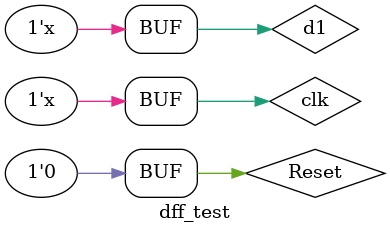
<source format=v>
module dff_test();

reg d1;
reg clk;
reg Reset;

wire out;

dff DUT(.q(out), .d(d1), .clk(clk), .rst(Reset));

initial begin

d1 = 0;
clk = 0;
Reset = 0;
#50;
Reset = 1;
#20;
Reset = 0;
end


always begin
#5 clk = ~clk;
end

always begin 
#10 d1 = ~d1;
end

endmodule 
</source>
